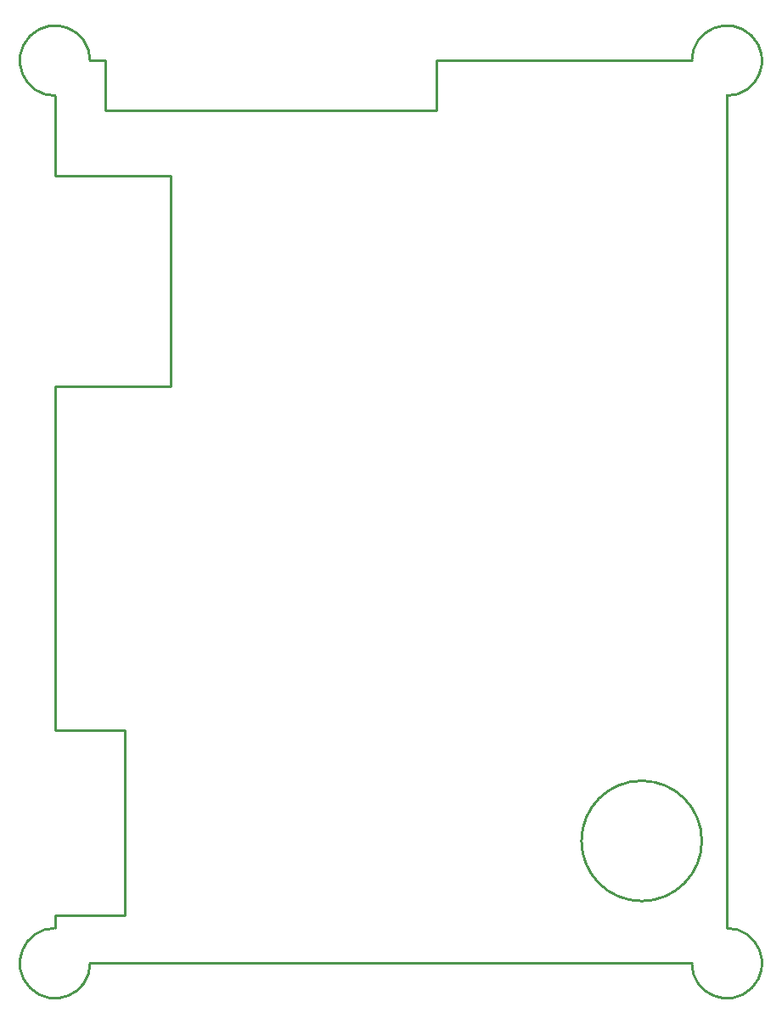
<source format=gko>
G04*
G04 #@! TF.GenerationSoftware,Altium Limited,Altium Designer,18.0.7 (293)*
G04*
G04 Layer_Color=16711935*
%FSLAX25Y25*%
%MOIN*%
G70*
G01*
G75*
%ADD11C,0.01000*%
D11*
X253937Y48031D02*
G03*
X253937Y48031I-23622J0D01*
G01*
X263779Y340551D02*
G03*
X250000Y354331I0J13780D01*
G01*
Y0D02*
G03*
X263779Y13780I13780J0D01*
G01*
X0D02*
G03*
X13780Y0I0J-13780D01*
G01*
Y354331D02*
G03*
X0Y340551I-13780J0D01*
G01*
X13780Y354331D02*
X19685D01*
X149606Y334646D02*
Y354331D01*
X19685Y334646D02*
X149606D01*
X19685D02*
Y354331D01*
X0Y309055D02*
Y340551D01*
X0Y226378D02*
X45276D01*
Y309055D01*
X0D02*
X45276D01*
X0Y13780D02*
Y18701D01*
X27559D01*
Y91535D01*
X0D02*
X27559D01*
X-0D02*
X-0Y226378D01*
X13780Y0D02*
X250000D01*
X263779Y13780D02*
Y340551D01*
X149606Y354331D02*
X250000Y354331D01*
M02*

</source>
